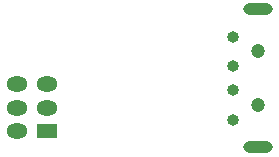
<source format=gbs>
G04 #@! TF.FileFunction,Soldermask,Bot*
%FSLAX46Y46*%
G04 Gerber Fmt 4.6, Leading zero omitted, Abs format (unit mm)*
G04 Created by KiCad (PCBNEW 4.0.7-e2-6376~61~ubuntu18.04.1) date Thu Aug  2 13:47:33 2018*
%MOMM*%
%LPD*%
G01*
G04 APERTURE LIST*
%ADD10C,0.100000*%
%ADD11R,1.800000X1.300000*%
%ADD12O,1.800000X1.300000*%
%ADD13O,1.000000X1.000000*%
%ADD14O,2.500000X1.000000*%
%ADD15C,1.200000*%
G04 APERTURE END LIST*
D10*
D11*
X173750000Y-84500000D03*
D12*
X171250000Y-84500000D03*
X173750000Y-82500000D03*
X171250000Y-82500000D03*
X173750000Y-80500000D03*
X171250000Y-80500000D03*
D13*
X189500000Y-76500000D03*
X189500000Y-83500000D03*
X189500000Y-81000000D03*
D14*
X191600000Y-74150000D03*
X191600000Y-85850000D03*
D13*
X189500000Y-79000000D03*
D15*
X191600000Y-77700000D03*
X191600000Y-82300000D03*
M02*

</source>
